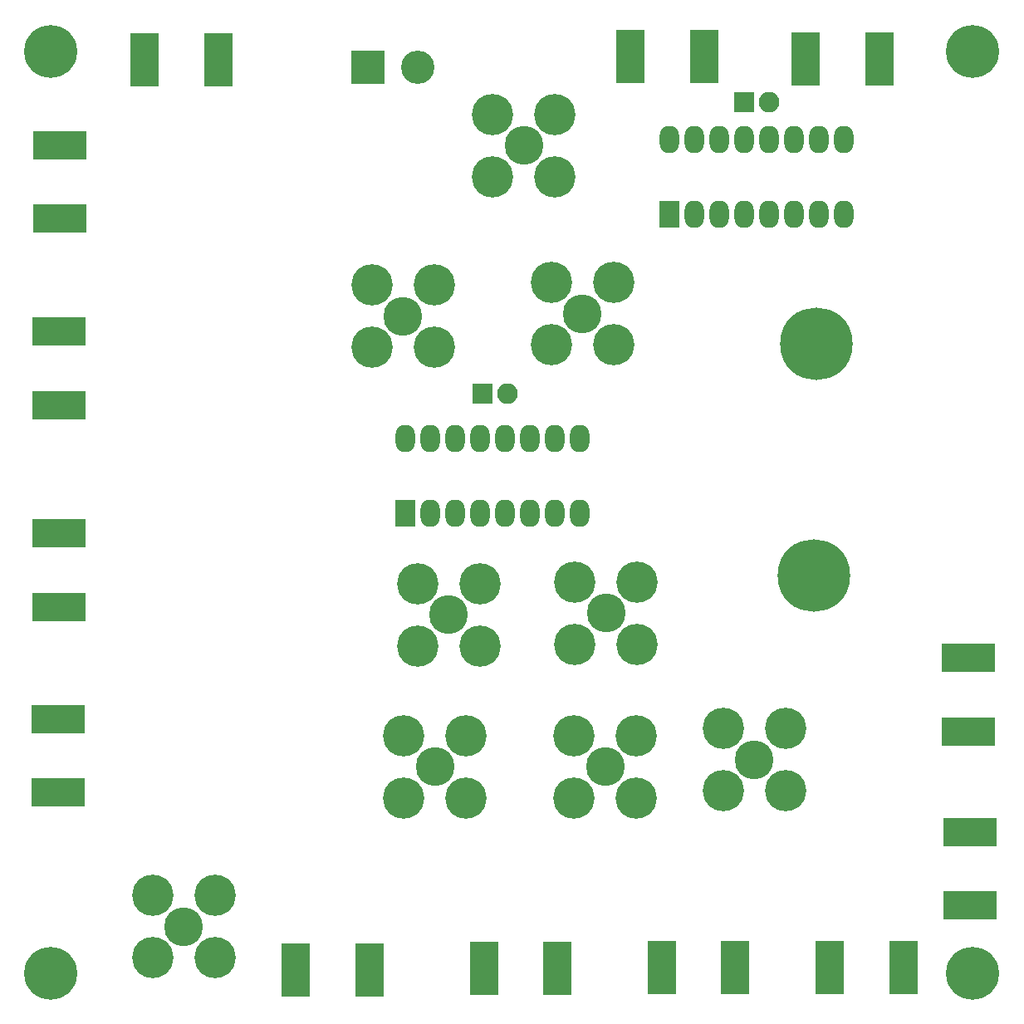
<source format=gbr>
G04 #@! TF.FileFunction,Soldermask,Bot*
%FSLAX46Y46*%
G04 Gerber Fmt 4.6, Leading zero omitted, Abs format (unit mm)*
G04 Created by KiCad (PCBNEW 4.0.7) date 10/23/19 01:26:46*
%MOMM*%
%LPD*%
G01*
G04 APERTURE LIST*
%ADD10C,0.100000*%
%ADD11R,2.900000X5.480000*%
%ADD12C,5.400000*%
%ADD13R,2.000000X2.800000*%
%ADD14O,2.000000X2.800000*%
%ADD15R,2.100000X2.100000*%
%ADD16O,2.100000X2.100000*%
%ADD17R,5.480000X2.900000*%
%ADD18C,4.210000*%
%ADD19C,3.956000*%
%ADD20R,3.400000X3.400000*%
%ADD21C,3.400000*%
%ADD22C,7.400000*%
G04 APERTURE END LIST*
D10*
D11*
X137460000Y-53770000D03*
X129960000Y-53770000D03*
D12*
X53000000Y-53000000D03*
X147000000Y-53000000D03*
X53000000Y-147000000D03*
X147000000Y-147000000D03*
D11*
X119570000Y-53570000D03*
X112070000Y-53570000D03*
D13*
X116078000Y-69596000D03*
D14*
X133858000Y-61976000D03*
X118618000Y-69596000D03*
X131318000Y-61976000D03*
X121158000Y-69596000D03*
X128778000Y-61976000D03*
X123698000Y-69596000D03*
X126238000Y-61976000D03*
X126238000Y-69596000D03*
X123698000Y-61976000D03*
X128778000Y-69596000D03*
X121158000Y-61976000D03*
X131318000Y-69596000D03*
X118618000Y-61976000D03*
X133858000Y-69596000D03*
X116078000Y-61976000D03*
D13*
X89154000Y-100076000D03*
D14*
X106934000Y-92456000D03*
X91694000Y-100076000D03*
X104394000Y-92456000D03*
X94234000Y-100076000D03*
X101854000Y-92456000D03*
X96774000Y-100076000D03*
X99314000Y-92456000D03*
X99314000Y-100076000D03*
X96774000Y-92456000D03*
X101854000Y-100076000D03*
X94234000Y-92456000D03*
X104394000Y-100076000D03*
X91694000Y-92456000D03*
X106934000Y-100076000D03*
X89154000Y-92456000D03*
D15*
X123698000Y-58166000D03*
D16*
X126238000Y-58166000D03*
D15*
X97028000Y-87884000D03*
D16*
X99568000Y-87884000D03*
D17*
X53925000Y-62575000D03*
X53925000Y-70075000D03*
X53800000Y-81600000D03*
X53800000Y-89100000D03*
X53800000Y-102175000D03*
X53800000Y-109675000D03*
X53725000Y-121100000D03*
X53725000Y-128600000D03*
X146675000Y-140100000D03*
X146675000Y-132600000D03*
D11*
X132400000Y-146425000D03*
X139900000Y-146425000D03*
X115275000Y-146425000D03*
X122775000Y-146425000D03*
X97150000Y-146500000D03*
X104650000Y-146500000D03*
X77950000Y-146675000D03*
X85450000Y-146675000D03*
D18*
X110363000Y-82931000D03*
D19*
X107188000Y-79756000D03*
D18*
X104013000Y-82931000D03*
X110363000Y-76581000D03*
X104013000Y-76581000D03*
X92075000Y-83185000D03*
D19*
X88900000Y-80010000D03*
D18*
X85725000Y-83185000D03*
X92075000Y-76835000D03*
X85725000Y-76835000D03*
X106426000Y-107124500D03*
D19*
X109601000Y-110299500D03*
D18*
X112776000Y-107124500D03*
X106426000Y-113474500D03*
X112776000Y-113474500D03*
X88975000Y-122800000D03*
D19*
X92150000Y-125975000D03*
D18*
X95325000Y-122800000D03*
X88975000Y-129150000D03*
X95325000Y-129150000D03*
X106350000Y-122800000D03*
D19*
X109525000Y-125975000D03*
D18*
X112700000Y-122800000D03*
X106350000Y-129150000D03*
X112700000Y-129150000D03*
X90373200Y-107289600D03*
D19*
X93548200Y-110464600D03*
D18*
X96723200Y-107289600D03*
X90373200Y-113639600D03*
X96723200Y-113639600D03*
X63373000Y-139065000D03*
D19*
X66548000Y-142240000D03*
D18*
X69723000Y-139065000D03*
X63373000Y-145415000D03*
X69723000Y-145415000D03*
X98044000Y-59436000D03*
D19*
X101219000Y-62611000D03*
D18*
X104394000Y-59436000D03*
X98044000Y-65786000D03*
X104394000Y-65786000D03*
D11*
X70044000Y-53848000D03*
X62544000Y-53848000D03*
D20*
X85344000Y-54610000D03*
D21*
X90424000Y-54610000D03*
D17*
X146558000Y-122368000D03*
X146558000Y-114868000D03*
D22*
X130810000Y-106426000D03*
X131064000Y-82804000D03*
D18*
X121539000Y-122047000D03*
D19*
X124714000Y-125222000D03*
D18*
X127889000Y-122047000D03*
X121539000Y-128397000D03*
X127889000Y-128397000D03*
M02*

</source>
